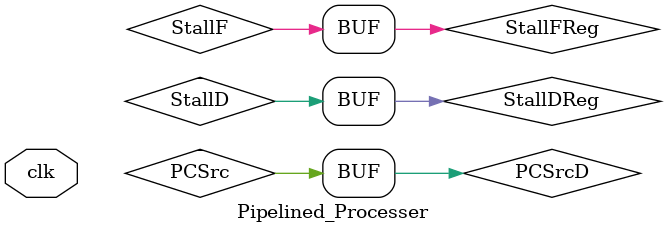
<source format=v>
`timescale 1ns / 1ps


module Pipelined_Processer(
	input clk
    );
	//Fetch Instruction
	reg[31:0] PC_in;
	wire[31:0] PC_out;
	wire StallF;
	reg StallFReg;
	wire StallD;
	reg StallDReg;
	wire[31:0] Instr_in;
	wire[31:0] Instr_out;
	reg[31:0] PCPlusF;
	wire[31:0] PCPlusD;
	reg PCSrc;
	reg PCSrcD;
	reg FlushEReg;
	initial begin
		PC_in=0;
		StallFReg=0;
		StallDReg=0;
		PCSrcD=0;
		FlushEReg=0;
	end
	ProgramCounter PC (
		.En(~StallFReg),
        .clk(clk),
        .PC_in(PC_in),
        .PC_out(PC_out)
    );
	always @(*)begin
		PCPlusF=PC_out+1;
	end
	InstructionMemory IM(
	.Address(PC_out),
	.Instruction(Instr_in)
	);
	FI_ID PipeLinedReg1(
		.clk(clk),
		.En(~StallDReg),
		.CLR(PCSrcD),
		.Instr_in(Instr_in),
		.PCPlus_in(PCPlusF),
		.Instr_out(Instr_out),
		.PCPlus_out(PCPlusD)
	);
	//Instruction Decode
	reg PCBranchD;
	wire RegWriteD;
	wire MemtoRegD;
	wire MemWriteD;
	wire MemReadD;
	wire[1:0] ALUOp;
	wire[3:0] ALUcontrolD;
	wire ALUSrcD;
	wire RegDstD;
	wire BranchD;
	wire[31:0]ImmD;
	wire[31:0] ReadData1D;
	wire[31:0] ReadData2D;
/* 	wire[4:0] RsD;
	wire[4:0] RtD;
	wire[4:0] RdD; */
	wire ForwardAD;
	wire ForwardBD;
	wire[4:0] WriteRegW;
	reg[31:0] ResultW;
	CU_completed CU(
	.Opcode(Instr_out[31:26]),
	.RegDst(RegDstD),
	.ALUSrc(ALUSrcD),
	.MemtoReg(MemtoRegD),
	.RegWrite(RegWriteD),
	.MemWrite(MemWriteD),
	.MemRead(MemReadD),
	.Branch(BranchD),
	.ALUOp(ALUOp)
	);
	ALUControlUnit ALUCU(
	.Funct(Instr_out[5:0]),
	.ALUOp(ALUOp),
	.ALUControl(ALUcontrolD)
	);
	RegFile rf(
	.clk(clk),
	.RegWrite(RegWriteW),
	.ReadReg1(Instr_out[25:21]),
	.ReadReg2(Instr_out[20:16]),
	.WriteReg(WriteRegW),
	.WriteData(ResultW),
	.ReadData1(ReadData1D),
	.ReadData2(ReadData2D)
	);
	SignExt exten(
	.IR(Instr_out[15:0]),
	.SignExtImm(ImmD)
	);
	always @(*) begin
	PCBranchD=PCPlusD+ImmD;
	end
	wire FlushE;
	wire RegWriteE;
	wire MemToRegE;
	wire MemWriteE;
	wire MemReadE;
	wire[3:0] ALUControlE;
	wire ALUSrcE;
	wire RegDstE;
	wire[31:0] ReadData1E;
	wire[31:0] ReadData2E;
	wire[4:0] RsE;
	wire[4:0] RtE;
	wire[4:0] RdE;
	wire[31:0] ImmE;
	ID_EX PipeLinedReg2(
	.clk(clk),
	.CLR(FlushEReg),
	.RegWrite_in(RegWriteD),
	.MemToReg_in(MemtoRegD),
	.MemWrite_in(MemWriteD),
	.MemRead_in(MemReadD),
	.ALUControl_in(ALUcontrolD),
	.ALUSrc_in(ALUSrcD),
	.RegDst_in(RegDstD),
	.ReadData1_in(ReadData1D),
	.ReadData2_in(ReadData2D),
	.Rs_in(Instr_out[25:21]),
	.Rt_in(Instr_out[20:16]),
	.Rd_in(Instr_out[15:11]),
	.Imm_in(ImmD),
	.RegWrite_out(RegWriteE),
	.MemToReg_out(MemToRegE),
	.MemWrite_out(MemWriteE),
	.MemRead_out(MemReadE),
	.ALUControl_out(ALUControlE),
	.ALUSrc_out(ALUSrcE),
	.RegDst_out(RegDstE),
	.ReadData1_out(ReadData1E),
	.ReadData2_out(ReadData2E),
	.Rs_out(RsE),
	.Rt_out(RtE),
	.Rd_out(RdE),
	.Imm_out(ImmE)
	);
	//Excute stage
	wire[1:0] ForwardAE;
	wire[1:0] ForwardBE;
	reg[31:0] SrcAE;
	reg[31:0] SrcBE;
	reg[31:0] WriteDataE;
	wire[31:0] ALUResultE;
	reg[4:0] WriteRegE;
	ALU_noclk alu(
	.A(SrcAE),
	.B(SrcBE),
	.ALUControl(ALUControlE),
	.Result(ALUResultE)
	);
	wire RegWriteM;
	wire MemToRegM;
	wire MemWriteM;
	wire MemReadM;
	wire[31:0] ALUOutM;
	wire[31:0] WriteDataM;
	wire[4:0] WriteRegM;
	EX_MA PipeLinedReg3(
	.clk(clk),
	.RegWrite_in(RegWriteE),
	.MemToReg_in(MemToRegE),
	.MemWrite_in(MemWriteE),
	.MemRead_in(MemReadE),
	.ALUResult_in(ALUResultE),
	.WriteData_in(WriteDataE),
	.WriteReg_in(WriteRegE),
	.RegWrite_out(RegWriteM),
	.MemToReg_out(MemToRegM),
	.MemWrite_out(MemWriteM),
	.MemRead_out(MemReadM),
	.ALUResult_out(ALUOutM),
	.WriteData_out(WriteDataM),
	.WriteReg_out(WriteRegM)
	);
	wire[31:0] ReadDataM;
	DataMemory DM(
	.ReadData(ReadDataM),
	.Address(ALUOutM),
	.MemRead(MemReadM),
	.MemWrite(MemWriteM),
	.WriteData(WriteDataM)
	);
	//Write Back
	wire MemToRegW;
	wire[31:0] ReadDataW;
	wire[31:0] ALUOutW;
	MA_WB PipeLinedReg4(
	.clk(clk),
	.RegWrite_in(RegWriteM),
	.MemToReg_in(MemToRegM),
	.ReadData_in(ReadDataM),
	.ALUResult_in(ALUOutM),
	.WriteReg_in(WriteRegM),
	.RegWrite_out(RegWriteW),
	.MemToReg_out(MemToRegW),
	.ReadData_out(ReadDataW),
	.ALUResult_out(ALUOutW),
	.WriteReg_out(WriteRegW)
	);
	HazardControlUnit HazardHandle(
	.RegWriteM(RegWriteM),
	.RegWriteW(RegWriteW),
	.RegWriteE(RegWriteE),
	.WriteRegM(WriteRegM),
	.WriteRegW(WriteRegW),
	.WriteRegE(WriteRegE),
	.BranchD(BranchD),
	.RsE(RsE),
	.RtE(RtE),
	.ForwardAE(ForwardAE),
	.ForwardBE(ForwardBE),
	.MemToRegE(MemToRegE),
	.MemToRegM(MemToRegM),
	.RsD(Instr_out[25:21]),
	.RtD(Instr_out[20:16]),
	.ForwardAD(ForwardAD),
	.ForwardBD(ForwardBD),
	.StallF(StallF),
	.StallD(StallD),
	.FlushE(FlushE)
	);
	always @(*) begin
		StallFReg=StallF;
		StallDReg=StallD;
		FlushEReg=FlushE;
		PCSrcD=PCSrc;
	end
	always @(*) begin
		if (PCSrc) PC_in=PCBranchD;
		else PC_in=PCPlusF;
	end
	reg[31:0] cmpA;
	reg[31:0] cmpB;
	always @(*) begin
		if (ForwardAD) cmpA=ALUOutM;
		else cmpA=ReadData1D;
	end
	always @(*) begin
		if (ForwardBD) cmpB=ALUOutM;
		else cmpB=ReadData2D;
	end
	always @(*) begin
		PCSrc=BranchD&(cmpA==cmpB);
	end
	always @(*) begin
		if (RegDstE) WriteRegE=RdE;
		else WriteRegE=RtE;
	end
	always @(*) begin
		if (MemToRegW) ResultW=ReadDataW;
		else ResultW=ALUOutW;
	end
	always @(*) begin
	case (ForwardAE)
		2'b00:SrcAE=ReadData1E;
		2'b01:SrcAE=ResultW;
		2'b10:SrcAE=ALUOutM;
		default:SrcAE=ReadData1E;
	endcase
	end
	always @(*) begin
	case (ForwardBE)
		2'b00:WriteDataE=ReadData2E;
		2'b01:WriteDataE=ResultW;
		2'b10:WriteDataE=ALUOutM;
		default:WriteDataE=ReadData2E;
	endcase
	end
	always @(*) begin
		if (ALUSrcE) SrcBE=ImmE;
		else SrcBE=WriteDataE;
	end
endmodule

</source>
